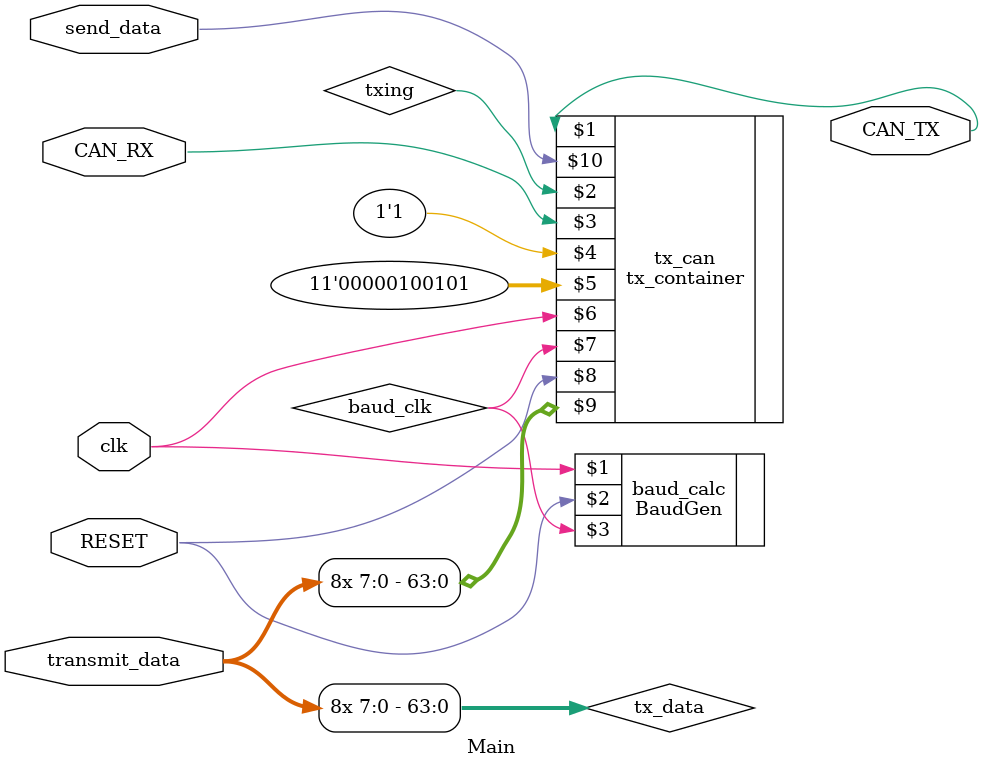
<source format=v>
`timescale 1ns / 1ps
module Main(
	output CAN_TX,
	input CAN_RX,
	input RESET,
	input clk,
	input send_data,
	input[7:0] transmit_data
	);
	
	wire[63:0] tx_data;
	wire txing;
	
	assign tx_data = {8{transmit_data}};
	
	//Device address, arbitrarily chosen
	parameter address = 11'h25, rxing = 1'b1;
	
	//Clock Generator (100MHz in, 400MHz out)
	//Clock_gen clock_block(CLOCK_SIGNAL_IN,clk);
	
	//Baud Clk Generator(currently set for baud of 500kHz)
	BaudGen baud_calc(clk,RESET,baud_clk);

	
	//Tx Block
	//can_tx tx_block(CAN_TX,CAN_RX,address,clk,baud_clk,RESET,tx_data,send_data);
	tx_container tx_can(CAN_TX,txing,CAN_RX,rxing,address,clk,baud_clk,RESET,tx_data,send_data);
	//rx_container rx_can(rx_data,rxing,txing,CAN_RX,clk,baud_clk,RESET);
	
	//Rx goes here

	
endmodule

</source>
